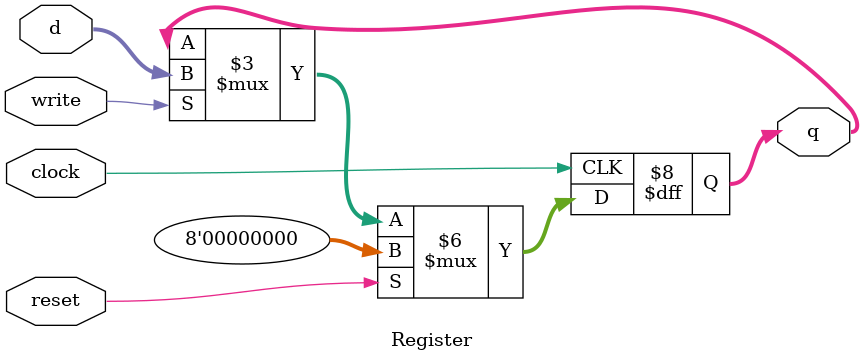
<source format=v>

module Register # (parameter SIZE = 8)
(
    output reg [SIZE-1:0] q = 0,
    input      [SIZE-1:0] d,
    input      clock,
    input      write,
    input      reset
);

    always @(posedge clock)
    begin
        if (reset)
            q <= 0;
        else if (write)
            q <= d;
    end

endmodule

</source>
